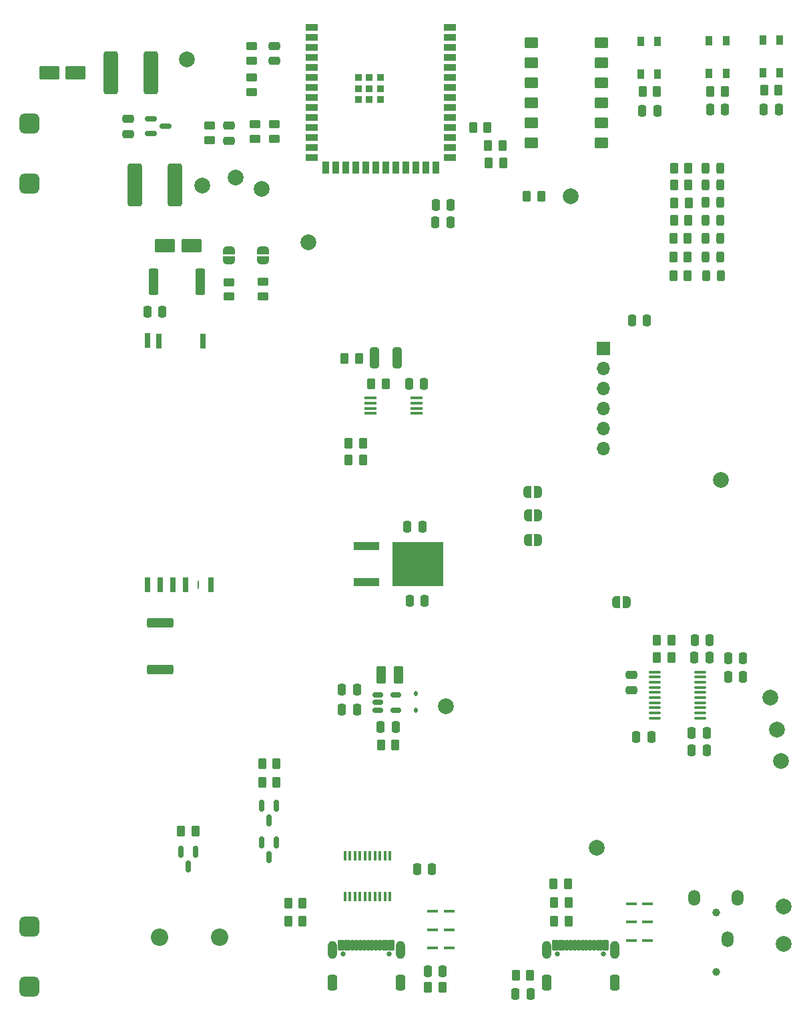
<source format=gbr>
%TF.GenerationSoftware,KiCad,Pcbnew,8.0.4*%
%TF.CreationDate,2025-02-20T16:09:48-05:00*%
%TF.ProjectId,Radiation2,52616469-6174-4696-9f6e-322e6b696361,rev?*%
%TF.SameCoordinates,Original*%
%TF.FileFunction,Soldermask,Top*%
%TF.FilePolarity,Negative*%
%FSLAX46Y46*%
G04 Gerber Fmt 4.6, Leading zero omitted, Abs format (unit mm)*
G04 Created by KiCad (PCBNEW 8.0.4) date 2025-02-20 16:09:48*
%MOMM*%
%LPD*%
G01*
G04 APERTURE LIST*
G04 Aperture macros list*
%AMRoundRect*
0 Rectangle with rounded corners*
0 $1 Rounding radius*
0 $2 $3 $4 $5 $6 $7 $8 $9 X,Y pos of 4 corners*
0 Add a 4 corners polygon primitive as box body*
4,1,4,$2,$3,$4,$5,$6,$7,$8,$9,$2,$3,0*
0 Add four circle primitives for the rounded corners*
1,1,$1+$1,$2,$3*
1,1,$1+$1,$4,$5*
1,1,$1+$1,$6,$7*
1,1,$1+$1,$8,$9*
0 Add four rect primitives between the rounded corners*
20,1,$1+$1,$2,$3,$4,$5,0*
20,1,$1+$1,$4,$5,$6,$7,0*
20,1,$1+$1,$6,$7,$8,$9,0*
20,1,$1+$1,$8,$9,$2,$3,0*%
%AMFreePoly0*
4,1,19,0.500000,-0.750000,0.000000,-0.750000,0.000000,-0.744911,-0.071157,-0.744911,-0.207708,-0.704816,-0.327430,-0.627875,-0.420627,-0.520320,-0.479746,-0.390866,-0.500000,-0.250000,-0.500000,0.250000,-0.479746,0.390866,-0.420627,0.520320,-0.327430,0.627875,-0.207708,0.704816,-0.071157,0.744911,0.000000,0.744911,0.000000,0.750000,0.500000,0.750000,0.500000,-0.750000,0.500000,-0.750000,
$1*%
%AMFreePoly1*
4,1,19,0.000000,0.744911,0.071157,0.744911,0.207708,0.704816,0.327430,0.627875,0.420627,0.520320,0.479746,0.390866,0.500000,0.250000,0.500000,-0.250000,0.479746,-0.390866,0.420627,-0.520320,0.327430,-0.627875,0.207708,-0.704816,0.071157,-0.744911,0.000000,-0.744911,0.000000,-0.750000,-0.500000,-0.750000,-0.500000,0.750000,0.000000,0.750000,0.000000,0.744911,0.000000,0.744911,
$1*%
G04 Aperture macros list end*
%ADD10R,1.358900X0.457200*%
%ADD11R,1.500000X0.449999*%
%ADD12R,3.302000X1.117600*%
%ADD13R,6.400800X5.689600*%
%ADD14RoundRect,0.635000X-0.635000X-0.635000X0.635000X-0.635000X0.635000X0.635000X-0.635000X0.635000X0*%
%ADD15RoundRect,0.635000X0.635000X0.635000X-0.635000X0.635000X-0.635000X-0.635000X0.635000X-0.635000X0*%
%ADD16RoundRect,0.250000X-0.312500X-1.075000X0.312500X-1.075000X0.312500X1.075000X-0.312500X1.075000X0*%
%ADD17C,2.000000*%
%ADD18RoundRect,0.250000X-0.262500X-0.450000X0.262500X-0.450000X0.262500X0.450000X-0.262500X0.450000X0*%
%ADD19RoundRect,0.250000X0.262500X0.450000X-0.262500X0.450000X-0.262500X-0.450000X0.262500X-0.450000X0*%
%ADD20RoundRect,0.250000X0.450000X-0.262500X0.450000X0.262500X-0.450000X0.262500X-0.450000X-0.262500X0*%
%ADD21FreePoly0,180.000000*%
%ADD22FreePoly1,180.000000*%
%ADD23FreePoly0,0.000000*%
%ADD24FreePoly1,0.000000*%
%ADD25RoundRect,0.250000X-0.250000X-0.475000X0.250000X-0.475000X0.250000X0.475000X-0.250000X0.475000X0*%
%ADD26RoundRect,0.250000X-0.475000X0.250000X-0.475000X-0.250000X0.475000X-0.250000X0.475000X0.250000X0*%
%ADD27R,0.760000X1.910000*%
%ADD28R,0.150000X1.000000*%
%ADD29R,0.400000X1.200000*%
%ADD30RoundRect,0.150000X-0.587500X-0.150000X0.587500X-0.150000X0.587500X0.150000X-0.587500X0.150000X0*%
%ADD31RoundRect,0.150000X-0.150000X0.587500X-0.150000X-0.587500X0.150000X-0.587500X0.150000X0.587500X0*%
%ADD32RoundRect,0.102000X-1.130000X-0.755000X1.130000X-0.755000X1.130000X0.755000X-1.130000X0.755000X0*%
%ADD33RoundRect,0.243750X0.243750X0.456250X-0.243750X0.456250X-0.243750X-0.456250X0.243750X-0.456250X0*%
%ADD34FreePoly0,270.000000*%
%ADD35FreePoly1,270.000000*%
%ADD36RoundRect,0.250000X-0.650000X-2.450000X0.650000X-2.450000X0.650000X2.450000X-0.650000X2.450000X0*%
%ADD37RoundRect,0.250000X-1.425000X0.362500X-1.425000X-0.362500X1.425000X-0.362500X1.425000X0.362500X0*%
%ADD38RoundRect,0.250000X-0.450000X0.262500X-0.450000X-0.262500X0.450000X-0.262500X0.450000X0.262500X0*%
%ADD39RoundRect,0.250000X0.375000X0.850000X-0.375000X0.850000X-0.375000X-0.850000X0.375000X-0.850000X0*%
%ADD40C,0.990600*%
%ADD41O,1.498600X2.006600*%
%ADD42RoundRect,0.250000X0.250000X0.475000X-0.250000X0.475000X-0.250000X-0.475000X0.250000X-0.475000X0*%
%ADD43RoundRect,0.100000X-0.637500X-0.100000X0.637500X-0.100000X0.637500X0.100000X-0.637500X0.100000X0*%
%ADD44C,0.650000*%
%ADD45RoundRect,0.095000X-0.300000X-0.575000X0.300000X-0.575000X0.300000X0.575000X-0.300000X0.575000X0*%
%ADD46RoundRect,0.095000X-0.150000X-0.575000X0.150000X-0.575000X0.150000X0.575000X-0.150000X0.575000X0*%
%ADD47O,1.204000X2.304000*%
%ADD48RoundRect,0.301000X-0.301000X-0.701000X0.301000X-0.701000X0.301000X0.701000X-0.301000X0.701000X0*%
%ADD49RoundRect,0.102000X1.130000X0.755000X-1.130000X0.755000X-1.130000X-0.755000X1.130000X-0.755000X0*%
%ADD50RoundRect,0.250000X-0.362500X-1.425000X0.362500X-1.425000X0.362500X1.425000X-0.362500X1.425000X0*%
%ADD51RoundRect,0.102000X-0.325000X0.525000X-0.325000X-0.525000X0.325000X-0.525000X0.325000X0.525000X0*%
%ADD52RoundRect,0.150000X-0.512500X-0.150000X0.512500X-0.150000X0.512500X0.150000X-0.512500X0.150000X0*%
%ADD53RoundRect,0.250000X0.475000X-0.250000X0.475000X0.250000X-0.475000X0.250000X-0.475000X-0.250000X0*%
%ADD54RoundRect,0.102000X0.750000X0.550000X-0.750000X0.550000X-0.750000X-0.550000X0.750000X-0.550000X0*%
%ADD55R,1.700000X1.700000*%
%ADD56O,1.700000X1.700000*%
%ADD57R,1.500000X0.900000*%
%ADD58R,0.900000X1.500000*%
%ADD59R,0.900000X0.900000*%
%ADD60C,2.204000*%
%ADD61RoundRect,0.112500X0.112500X-0.187500X0.112500X0.187500X-0.112500X0.187500X-0.112500X-0.187500X0*%
G04 APERTURE END LIST*
D10*
%TO.C,D12*%
X93922350Y-179600000D03*
X91877650Y-179600000D03*
%TD*%
%TO.C,D11*%
X93922350Y-177300000D03*
X91877650Y-177300000D03*
%TD*%
%TO.C,D10*%
X93922350Y-174900000D03*
X91877650Y-174900000D03*
%TD*%
%TO.C,D7*%
X119122350Y-178600000D03*
X117077650Y-178600000D03*
%TD*%
%TO.C,D6*%
X119122350Y-174000000D03*
X117077650Y-174000000D03*
%TD*%
%TO.C,D5*%
X119122350Y-176300000D03*
X117077650Y-176300000D03*
%TD*%
D11*
%TO.C,U2*%
X84000016Y-109825001D03*
X84000016Y-110474999D03*
X84000016Y-111125001D03*
X84000016Y-111774999D03*
X89799984Y-111774999D03*
X89799984Y-111125001D03*
X89799984Y-110474999D03*
X89799984Y-109825001D03*
%TD*%
D12*
%TO.C,U1*%
X83446800Y-128614000D03*
D13*
X90000000Y-130900000D03*
D12*
X83446800Y-133186000D03*
%TD*%
D14*
%TO.C,F1*%
X40700000Y-184477500D03*
X40700000Y-176857500D03*
D15*
X40695000Y-82582500D03*
X40695000Y-74962500D03*
%TD*%
D16*
%TO.C,R38*%
X87362500Y-104700000D03*
X84437500Y-104700000D03*
%TD*%
D17*
%TO.C,VBUS1*%
X76100000Y-90100000D03*
%TD*%
D18*
%TO.C,R41*%
X82512500Y-104800000D03*
X80687500Y-104800000D03*
%TD*%
%TO.C,R40*%
X81187500Y-117700000D03*
X83012500Y-117700000D03*
%TD*%
D19*
%TO.C,R39*%
X83025000Y-115600000D03*
X81200000Y-115600000D03*
%TD*%
D20*
%TO.C,R37*%
X63600000Y-77112500D03*
X63600000Y-75287500D03*
%TD*%
D21*
%TO.C,JP6*%
X105200000Y-121700000D03*
D22*
X103900000Y-121700000D03*
%TD*%
D23*
%TO.C,JP5*%
X103950000Y-124700000D03*
D24*
X105250000Y-124700000D03*
%TD*%
D23*
%TO.C,JP4*%
X103950000Y-127800000D03*
D24*
X105250000Y-127800000D03*
%TD*%
D25*
%TO.C,C30*%
X55650000Y-98900000D03*
X57550000Y-98900000D03*
%TD*%
%TO.C,C6*%
X88850000Y-108000000D03*
X90750000Y-108000000D03*
%TD*%
D26*
%TO.C,C5*%
X66000000Y-75262500D03*
X66000000Y-77162500D03*
%TD*%
D18*
%TO.C,R4*%
X84087500Y-108000000D03*
X85912500Y-108000000D03*
%TD*%
D19*
%TO.C,R29*%
X122112500Y-142725000D03*
X120287500Y-142725000D03*
%TD*%
D17*
%TO.C,OUTL1*%
X136400000Y-179100000D03*
%TD*%
D25*
%TO.C,C10*%
X92200000Y-87500000D03*
X94100000Y-87500000D03*
%TD*%
D27*
%TO.C,T1*%
X55712500Y-133505000D03*
X57312500Y-133505000D03*
X58912500Y-133505000D03*
X60512500Y-133505000D03*
D28*
X62082500Y-133505000D03*
D27*
X63712500Y-133505000D03*
X62742500Y-102575000D03*
X57142500Y-102575000D03*
X55712500Y-102535000D03*
%TD*%
D19*
%TO.C,R25*%
X100812500Y-80000000D03*
X98987500Y-80000000D03*
%TD*%
%TO.C,R32*%
X135712500Y-70800000D03*
X133887500Y-70800000D03*
%TD*%
D29*
%TO.C,U5*%
X86447500Y-167857500D03*
X85812500Y-167857500D03*
X85177500Y-167857500D03*
X84542500Y-167857500D03*
X83907500Y-167857500D03*
X83272500Y-167857500D03*
X82637500Y-167857500D03*
X82002500Y-167857500D03*
X81367500Y-167857500D03*
X80732500Y-167857500D03*
X80732500Y-173057500D03*
X81367500Y-173057500D03*
X82002500Y-173057500D03*
X82637500Y-173057500D03*
X83272500Y-173057500D03*
X83907500Y-173057500D03*
X84542500Y-173057500D03*
X85177500Y-173057500D03*
X85812500Y-173057500D03*
X86447500Y-173057500D03*
%TD*%
D30*
%TO.C,Q1*%
X56100000Y-74400000D03*
X56100000Y-76300000D03*
X57975000Y-75350000D03*
%TD*%
D17*
%TO.C,GND1*%
X112700000Y-166900000D03*
%TD*%
D19*
%TO.C,R14*%
X104212500Y-183000000D03*
X102387500Y-183000000D03*
%TD*%
D31*
%TO.C,Q2*%
X72050000Y-166162500D03*
X70150000Y-166162500D03*
X71100000Y-168037500D03*
%TD*%
D18*
%TO.C,R17*%
X122375000Y-91900000D03*
X124200000Y-91900000D03*
%TD*%
D17*
%TO.C,5V1*%
X93500000Y-148900000D03*
%TD*%
D19*
%TO.C,R30*%
X122112500Y-140525000D03*
X120287500Y-140525000D03*
%TD*%
%TO.C,R33*%
X128912500Y-70900000D03*
X127087500Y-70900000D03*
%TD*%
D32*
%TO.C,D15*%
X43230000Y-68600000D03*
X46570000Y-68600000D03*
%TD*%
D25*
%TO.C,C2*%
X88648100Y-126100000D03*
X90548100Y-126100000D03*
%TD*%
D19*
%TO.C,R21*%
X75335000Y-173900000D03*
X73510000Y-173900000D03*
%TD*%
D33*
%TO.C,D16*%
X128337500Y-85000000D03*
X126462500Y-85000000D03*
%TD*%
D19*
%TO.C,R26*%
X100712500Y-77800000D03*
X98887500Y-77800000D03*
%TD*%
%TO.C,R18*%
X75335000Y-176200000D03*
X73510000Y-176200000D03*
%TD*%
D25*
%TO.C,C14*%
X125112500Y-140525000D03*
X127012500Y-140525000D03*
%TD*%
%TO.C,C7*%
X80350000Y-146790000D03*
X82250000Y-146790000D03*
%TD*%
%TO.C,C19*%
X124712500Y-154525000D03*
X126612500Y-154525000D03*
%TD*%
D34*
%TO.C,JP2*%
X66000000Y-91050000D03*
D35*
X66000000Y-92350000D03*
%TD*%
D19*
%TO.C,R34*%
X120312500Y-70971500D03*
X118487500Y-70971500D03*
%TD*%
D36*
%TO.C,C1*%
X54050000Y-82800000D03*
X59150000Y-82800000D03*
%TD*%
D19*
%TO.C,R6*%
X124300000Y-87300000D03*
X122475000Y-87300000D03*
%TD*%
D17*
%TO.C,LRCK1*%
X134700000Y-147800000D03*
%TD*%
D25*
%TO.C,C22*%
X127050000Y-73200000D03*
X128950000Y-73200000D03*
%TD*%
%TO.C,C18*%
X124712500Y-152325000D03*
X126612500Y-152325000D03*
%TD*%
D36*
%TO.C,C29*%
X51050000Y-68600000D03*
X56150000Y-68600000D03*
%TD*%
D17*
%TO.C,DRAIN1*%
X60700000Y-66900000D03*
%TD*%
D37*
%TO.C,R35*%
X57300000Y-138337500D03*
X57300000Y-144262500D03*
%TD*%
D19*
%TO.C,R28*%
X61762500Y-164737500D03*
X59937500Y-164737500D03*
%TD*%
D38*
%TO.C,R11*%
X69300000Y-75087500D03*
X69300000Y-76912500D03*
%TD*%
D18*
%TO.C,R15*%
X107287500Y-173800000D03*
X109112500Y-173800000D03*
%TD*%
D39*
%TO.C,L1*%
X87500000Y-144900000D03*
X85350000Y-144900000D03*
%TD*%
D40*
%TO.C,J3*%
X127800000Y-182600000D03*
X127800000Y-175100000D03*
D41*
X129300124Y-178500000D03*
X125049942Y-173199998D03*
X130549941Y-173199998D03*
%TD*%
D19*
%TO.C,R23*%
X124300000Y-80700000D03*
X122475000Y-80700000D03*
%TD*%
D25*
%TO.C,C25*%
X89850000Y-169600000D03*
X91750000Y-169600000D03*
%TD*%
%TO.C,C9*%
X92250000Y-85300000D03*
X94150000Y-85300000D03*
%TD*%
D18*
%TO.C,R19*%
X122375000Y-89600000D03*
X124200000Y-89600000D03*
%TD*%
D19*
%TO.C,R7*%
X87112500Y-153800000D03*
X85287500Y-153800000D03*
%TD*%
%TO.C,R27*%
X98812500Y-75500000D03*
X96987500Y-75500000D03*
%TD*%
D42*
%TO.C,C26*%
X119600000Y-152800000D03*
X117700000Y-152800000D03*
%TD*%
D43*
%TO.C,U6*%
X120037500Y-144575000D03*
X120037500Y-145225000D03*
X120037500Y-145875000D03*
X120037500Y-146525000D03*
X120037500Y-147175000D03*
X120037500Y-147825000D03*
X120037500Y-148475000D03*
X120037500Y-149125000D03*
X120037500Y-149775000D03*
X120037500Y-150425000D03*
X125762500Y-150425000D03*
X125762500Y-149775000D03*
X125762500Y-149125000D03*
X125762500Y-148475000D03*
X125762500Y-147825000D03*
X125762500Y-147175000D03*
X125762500Y-146525000D03*
X125762500Y-145875000D03*
X125762500Y-145225000D03*
X125762500Y-144575000D03*
%TD*%
D33*
%TO.C,D2*%
X128325000Y-87300000D03*
X126450000Y-87300000D03*
%TD*%
D17*
%TO.C,OUTR1*%
X136400000Y-174300000D03*
%TD*%
D18*
%TO.C,R22*%
X91287500Y-184600000D03*
X93112500Y-184600000D03*
%TD*%
D38*
%TO.C,R13*%
X68900000Y-65187500D03*
X68900000Y-67012500D03*
%TD*%
D17*
%TO.C,HIV-1*%
X66900000Y-81900000D03*
%TD*%
D26*
%TO.C,C13*%
X117100000Y-144950000D03*
X117100000Y-146850000D03*
%TD*%
D17*
%TO.C,DOUT1*%
X135500000Y-151900000D03*
%TD*%
D19*
%TO.C,R12*%
X109112500Y-176200000D03*
X107287500Y-176200000D03*
%TD*%
D44*
%TO.C,J2*%
X80532500Y-180320000D03*
X86312500Y-180320000D03*
D45*
X80222500Y-179245000D03*
X81022500Y-179245000D03*
D46*
X82172500Y-179245000D03*
X83172500Y-179245000D03*
X83672500Y-179245000D03*
X84672500Y-179245000D03*
D45*
X86622500Y-179245000D03*
X85822500Y-179245000D03*
D46*
X85172500Y-179245000D03*
X84172500Y-179245000D03*
X82672500Y-179245000D03*
X81672500Y-179245000D03*
D47*
X79102500Y-179820000D03*
X87742500Y-179820000D03*
D48*
X79102500Y-184000000D03*
X87742500Y-184000000D03*
%TD*%
D49*
%TO.C,D1*%
X61232500Y-90500000D03*
X57892500Y-90500000D03*
%TD*%
D23*
%TO.C,JP3*%
X115150000Y-135700000D03*
D24*
X116450000Y-135700000D03*
%TD*%
D18*
%TO.C,R5*%
X103775000Y-84200000D03*
X105600000Y-84200000D03*
%TD*%
D19*
%TO.C,R20*%
X72037500Y-156200000D03*
X70212500Y-156200000D03*
%TD*%
D50*
%TO.C,R3*%
X56437500Y-95100000D03*
X62362500Y-95100000D03*
%TD*%
D51*
%TO.C,S1*%
X135875000Y-64425000D03*
X135875000Y-68575000D03*
X133725000Y-64425000D03*
X133725000Y-68575000D03*
%TD*%
D19*
%TO.C,R36*%
X124325000Y-85100000D03*
X122500000Y-85100000D03*
%TD*%
D25*
%TO.C,C15*%
X125062500Y-142725000D03*
X126962500Y-142725000D03*
%TD*%
%TO.C,C21*%
X117150000Y-100000000D03*
X119050000Y-100000000D03*
%TD*%
D51*
%TO.C,S3*%
X120375000Y-64596500D03*
X120375000Y-68746500D03*
X118225000Y-64596500D03*
X118225000Y-68746500D03*
%TD*%
D25*
%TO.C,C17*%
X129350000Y-145200000D03*
X131250000Y-145200000D03*
%TD*%
D19*
%TO.C,R24*%
X124300000Y-82800000D03*
X122475000Y-82800000D03*
%TD*%
D51*
%TO.C,S2*%
X129075000Y-64525000D03*
X129075000Y-68675000D03*
X126925000Y-64525000D03*
X126925000Y-68675000D03*
%TD*%
D52*
%TO.C,U3*%
X84925000Y-147500000D03*
X84925000Y-148450000D03*
X84925000Y-149400000D03*
X87200000Y-149400000D03*
X87200000Y-147500000D03*
%TD*%
D25*
%TO.C,C23*%
X118450000Y-73400000D03*
X120350000Y-73400000D03*
%TD*%
D38*
%TO.C,R10*%
X71800000Y-75100000D03*
X71800000Y-76925000D03*
%TD*%
D17*
%TO.C,BCK1*%
X136000000Y-155900000D03*
%TD*%
D34*
%TO.C,JP1*%
X70300000Y-91100000D03*
D35*
X70300000Y-92400000D03*
%TD*%
D25*
%TO.C,C8*%
X80350000Y-149300000D03*
X82250000Y-149300000D03*
%TD*%
D17*
%TO.C,STG1*%
X70200000Y-83300000D03*
%TD*%
D33*
%TO.C,D14*%
X128325000Y-82800000D03*
X126450000Y-82800000D03*
%TD*%
%TO.C,D9*%
X128325000Y-89600000D03*
X126450000Y-89600000D03*
%TD*%
D53*
%TO.C,C28*%
X53200000Y-76350000D03*
X53200000Y-74450000D03*
%TD*%
D25*
%TO.C,C3*%
X88948100Y-135500000D03*
X90848100Y-135500000D03*
%TD*%
D44*
%TO.C,J1*%
X107710000Y-180320000D03*
X113490000Y-180320000D03*
D45*
X107400000Y-179245000D03*
X108200000Y-179245000D03*
D46*
X109350000Y-179245000D03*
X110350000Y-179245000D03*
X110850000Y-179245000D03*
X111850000Y-179245000D03*
D45*
X113800000Y-179245000D03*
X113000000Y-179245000D03*
D46*
X112350000Y-179245000D03*
X111350000Y-179245000D03*
X109850000Y-179245000D03*
X108850000Y-179245000D03*
D47*
X106280000Y-179820000D03*
X114920000Y-179820000D03*
D48*
X106280000Y-184000000D03*
X114920000Y-184000000D03*
%TD*%
D17*
%TO.C,PWM1*%
X109400000Y-84200000D03*
%TD*%
%TO.C,GND2*%
X128400000Y-120200000D03*
%TD*%
D31*
%TO.C,Q3*%
X72050000Y-161562500D03*
X70150000Y-161562500D03*
X71100000Y-163437500D03*
%TD*%
D54*
%TO.C,S4*%
X113250000Y-77450000D03*
X104350000Y-77450000D03*
X113250000Y-74910000D03*
X104350000Y-74910000D03*
X113250000Y-72370000D03*
X104350000Y-72370000D03*
X113250000Y-69830000D03*
X104350000Y-69830000D03*
X113250000Y-67290000D03*
X104350000Y-67290000D03*
X113250000Y-64750000D03*
X104350000Y-64750000D03*
%TD*%
D25*
%TO.C,C16*%
X129350000Y-142800000D03*
X131250000Y-142800000D03*
%TD*%
D18*
%TO.C,R31*%
X107200000Y-171400000D03*
X109025000Y-171400000D03*
%TD*%
D38*
%TO.C,R9*%
X68900000Y-69187500D03*
X68900000Y-71012500D03*
%TD*%
D19*
%TO.C,R8*%
X124212500Y-94300000D03*
X122387500Y-94300000D03*
%TD*%
D53*
%TO.C,C24*%
X71800000Y-67050000D03*
X71800000Y-65150000D03*
%TD*%
D33*
%TO.C,D13*%
X128325000Y-80700000D03*
X126450000Y-80700000D03*
%TD*%
%TO.C,D4*%
X128437500Y-94300000D03*
X126562500Y-94300000D03*
%TD*%
D31*
%TO.C,Q4*%
X61800000Y-167400000D03*
X59900000Y-167400000D03*
X60850000Y-169275000D03*
%TD*%
D55*
%TO.C,J5*%
X113500000Y-103560000D03*
D56*
X113500000Y-106100000D03*
X113500000Y-108640000D03*
X113500000Y-111180000D03*
X113500000Y-113720000D03*
X113500000Y-116260000D03*
%TD*%
D38*
%TO.C,R2*%
X66000000Y-95137500D03*
X66000000Y-96962500D03*
%TD*%
D33*
%TO.C,D8*%
X128325000Y-91900000D03*
X126450000Y-91900000D03*
%TD*%
D57*
%TO.C,U4*%
X76550000Y-62850000D03*
X76550000Y-64120000D03*
X76550000Y-65390000D03*
X76550000Y-66660000D03*
X76550000Y-67930000D03*
X76550000Y-69200000D03*
X76550000Y-70470000D03*
X76550000Y-71740000D03*
X76550000Y-73010000D03*
X76550000Y-74280000D03*
X76550000Y-75550000D03*
X76550000Y-76820000D03*
X76550000Y-78090000D03*
X76550000Y-79360000D03*
D58*
X78315000Y-80610000D03*
X79585000Y-80610000D03*
X80855000Y-80610000D03*
X82125000Y-80610000D03*
X83395000Y-80610000D03*
X84665000Y-80610000D03*
X85935000Y-80610000D03*
X87205000Y-80610000D03*
X88475000Y-80610000D03*
X89745000Y-80610000D03*
X91015000Y-80610000D03*
X92285000Y-80610000D03*
D57*
X94050000Y-79360000D03*
X94050000Y-78090000D03*
X94050000Y-76820000D03*
X94050000Y-75550000D03*
X94050000Y-74280000D03*
X94050000Y-73010000D03*
X94050000Y-71740000D03*
X94050000Y-70470000D03*
X94050000Y-69200000D03*
X94050000Y-67930000D03*
X94050000Y-66660000D03*
X94050000Y-65390000D03*
X94050000Y-64120000D03*
X94050000Y-62850000D03*
D59*
X83800000Y-70570000D03*
X83800000Y-69170000D03*
X82400000Y-69170000D03*
X82400000Y-70570000D03*
X82400000Y-71970000D03*
X83800000Y-71970000D03*
X85200000Y-71970000D03*
X85200000Y-70570000D03*
X85200000Y-69170000D03*
%TD*%
D17*
%TO.C,HIV+1*%
X62600000Y-82900000D03*
%TD*%
D38*
%TO.C,R1*%
X70300000Y-95075000D03*
X70300000Y-96900000D03*
%TD*%
D60*
%TO.C,LS1*%
X64800000Y-178200000D03*
X57200000Y-178200000D03*
%TD*%
D19*
%TO.C,R16*%
X72037500Y-158600000D03*
X70212500Y-158600000D03*
%TD*%
D25*
%TO.C,C20*%
X133850000Y-73200000D03*
X135750000Y-73200000D03*
%TD*%
%TO.C,C12*%
X91250000Y-182500000D03*
X93150000Y-182500000D03*
%TD*%
D42*
%TO.C,C4*%
X87150000Y-151500000D03*
X85250000Y-151500000D03*
%TD*%
D25*
%TO.C,C11*%
X102362500Y-185400000D03*
X104262500Y-185400000D03*
%TD*%
D61*
%TO.C,D3*%
X89700000Y-149450000D03*
X89700000Y-147350000D03*
%TD*%
M02*

</source>
